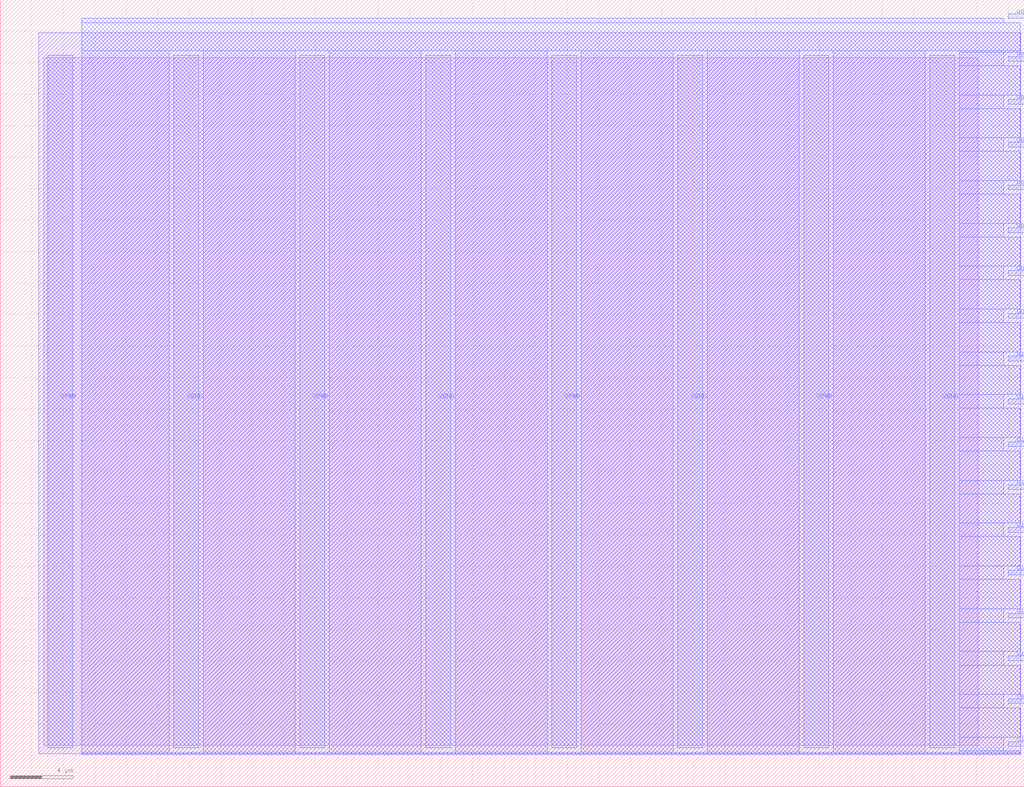
<source format=lef>
VERSION 5.7 ;
  NOWIREEXTENSIONATPIN ON ;
  DIVIDERCHAR "/" ;
  BUSBITCHARS "[]" ;
MACRO tt_um_micro2
  CLASS BLOCK ;
  FOREIGN tt_um_micro2 ;
  ORIGIN 0.000 0.000 ;
  SIZE 65.000 BY 50.000 ;
  PIN VGND
    DIRECTION INOUT ;
    USE GROUND ;
    PORT
      LAYER met2 ;
        RECT 11.000 2.480 12.600 46.480 ;
    END
    PORT
      LAYER met2 ;
        RECT 27.000 2.480 28.600 46.480 ;
    END
    PORT
      LAYER met2 ;
        RECT 43.000 2.480 44.600 46.480 ;
    END
    PORT
      LAYER met2 ;
        RECT 59.000 2.480 60.600 46.480 ;
    END
  END VGND
  PIN VPWR
    DIRECTION INOUT ;
    USE POWER ;
    PORT
      LAYER met2 ;
        RECT 3.000 2.480 4.600 46.480 ;
    END
    PORT
      LAYER met2 ;
        RECT 19.000 2.480 20.600 46.480 ;
    END
    PORT
      LAYER met2 ;
        RECT 35.000 2.480 36.600 46.480 ;
    END
    PORT
      LAYER met2 ;
        RECT 51.000 2.480 52.600 46.480 ;
    END
  END VPWR
  PIN clk
    DIRECTION INPUT ;
    USE SIGNAL ;
    ANTENNAGATEAREA 0.852000 ;
    PORT
      LAYER met2 ;
        RECT 64.000 2.570 65.000 2.870 ;
    END
  END clk
  PIN rst_n
    DIRECTION INPUT ;
    USE SIGNAL ;
    ANTENNAGATEAREA 0.196500 ;
    PORT
      LAYER met2 ;
        RECT 64.000 5.290 65.000 5.590 ;
    END
  END rst_n
  PIN ui_in[0]
    DIRECTION INPUT ;
    USE SIGNAL ;
    ANTENNAGATEAREA 0.213000 ;
    PORT
      LAYER met2 ;
        RECT 64.000 8.010 65.000 8.310 ;
    END
  END ui_in[0]
  PIN ui_in[1]
    DIRECTION INPUT ;
    USE SIGNAL ;
    ANTENNAGATEAREA 0.196500 ;
    PORT
      LAYER met2 ;
        RECT 64.000 10.730 65.000 11.030 ;
    END
  END ui_in[1]
  PIN ui_in[2]
    DIRECTION INPUT ;
    USE SIGNAL ;
    ANTENNAGATEAREA 0.196500 ;
    PORT
      LAYER met2 ;
        RECT 64.000 13.450 65.000 13.750 ;
    END
  END ui_in[2]
  PIN ui_in[3]
    DIRECTION INPUT ;
    USE SIGNAL ;
    ANTENNAGATEAREA 0.196500 ;
    PORT
      LAYER met2 ;
        RECT 64.000 16.170 65.000 16.470 ;
    END
  END ui_in[3]
  PIN ui_in[4]
    DIRECTION INPUT ;
    USE SIGNAL ;
    PORT
      LAYER met2 ;
        RECT 64.000 18.890 65.000 19.190 ;
    END
  END ui_in[4]
  PIN ui_in[5]
    DIRECTION INPUT ;
    USE SIGNAL ;
    PORT
      LAYER met2 ;
        RECT 64.000 21.610 65.000 21.910 ;
    END
  END ui_in[5]
  PIN ui_in[6]
    DIRECTION INPUT ;
    USE SIGNAL ;
    PORT
      LAYER met2 ;
        RECT 64.000 24.330 65.000 24.630 ;
    END
  END ui_in[6]
  PIN ui_in[7]
    DIRECTION INPUT ;
    USE SIGNAL ;
    PORT
      LAYER met2 ;
        RECT 64.000 27.050 65.000 27.350 ;
    END
  END ui_in[7]
  PIN uo_out[0]
    DIRECTION OUTPUT ;
    USE SIGNAL ;
    ANTENNADIFFAREA 0.924000 ;
    PORT
      LAYER met2 ;
        RECT 64.000 29.770 65.000 30.070 ;
    END
  END uo_out[0]
  PIN uo_out[1]
    DIRECTION OUTPUT ;
    USE SIGNAL ;
    ANTENNADIFFAREA 0.643500 ;
    PORT
      LAYER met2 ;
        RECT 64.000 32.490 65.000 32.790 ;
    END
  END uo_out[1]
  PIN uo_out[2]
    DIRECTION OUTPUT ;
    USE SIGNAL ;
    ANTENNADIFFAREA 0.924000 ;
    PORT
      LAYER met2 ;
        RECT 64.000 35.210 65.000 35.510 ;
    END
  END uo_out[2]
  PIN uo_out[3]
    DIRECTION OUTPUT ;
    USE SIGNAL ;
    ANTENNADIFFAREA 0.445500 ;
    PORT
      LAYER met2 ;
        RECT 64.000 37.930 65.000 38.230 ;
    END
  END uo_out[3]
  PIN uo_out[4]
    DIRECTION OUTPUT ;
    USE SIGNAL ;
    ANTENNADIFFAREA 0.643500 ;
    PORT
      LAYER met2 ;
        RECT 64.000 40.650 65.000 40.950 ;
    END
  END uo_out[4]
  PIN uo_out[5]
    DIRECTION OUTPUT ;
    USE SIGNAL ;
    ANTENNADIFFAREA 0.643500 ;
    PORT
      LAYER met2 ;
        RECT 64.000 43.370 65.000 43.670 ;
    END
  END uo_out[5]
  PIN uo_out[6]
    DIRECTION OUTPUT ;
    USE SIGNAL ;
    ANTENNADIFFAREA 0.643500 ;
    PORT
      LAYER met2 ;
        RECT 64.000 46.090 65.000 46.390 ;
    END
  END uo_out[6]
  PIN uo_out[7]
    DIRECTION OUTPUT ;
    USE SIGNAL ;
    ANTENNADIFFAREA 0.795200 ;
    PORT
      LAYER met2 ;
        RECT 64.000 48.810 65.000 49.110 ;
    END
  END uo_out[7]
  OBS
      LAYER li1 ;
        RECT 2.760 2.635 62.100 46.325 ;
      LAYER met1 ;
        RECT 2.460 2.080 64.790 47.900 ;
      LAYER met2 ;
        RECT 5.160 48.530 63.720 48.810 ;
        RECT 5.160 46.760 64.760 48.530 ;
        RECT 5.160 2.200 10.720 46.760 ;
        RECT 12.880 2.200 18.720 46.760 ;
        RECT 20.880 2.200 26.720 46.760 ;
        RECT 28.880 2.200 34.720 46.760 ;
        RECT 36.880 2.200 42.720 46.760 ;
        RECT 44.880 2.200 50.720 46.760 ;
        RECT 52.880 2.200 58.720 46.760 ;
        RECT 60.880 46.670 64.760 46.760 ;
        RECT 60.880 45.810 63.720 46.670 ;
        RECT 60.880 43.950 64.760 45.810 ;
        RECT 60.880 43.090 63.720 43.950 ;
        RECT 60.880 41.230 64.760 43.090 ;
        RECT 60.880 40.370 63.720 41.230 ;
        RECT 60.880 38.510 64.760 40.370 ;
        RECT 60.880 37.650 63.720 38.510 ;
        RECT 60.880 35.790 64.760 37.650 ;
        RECT 60.880 34.930 63.720 35.790 ;
        RECT 60.880 33.070 64.760 34.930 ;
        RECT 60.880 32.210 63.720 33.070 ;
        RECT 60.880 30.350 64.760 32.210 ;
        RECT 60.880 29.490 63.720 30.350 ;
        RECT 60.880 27.630 64.760 29.490 ;
        RECT 60.880 26.770 63.720 27.630 ;
        RECT 60.880 24.910 64.760 26.770 ;
        RECT 60.880 24.050 63.720 24.910 ;
        RECT 60.880 22.190 64.760 24.050 ;
        RECT 60.880 21.330 63.720 22.190 ;
        RECT 60.880 19.470 64.760 21.330 ;
        RECT 60.880 18.610 63.720 19.470 ;
        RECT 60.880 16.750 64.760 18.610 ;
        RECT 60.880 15.890 63.720 16.750 ;
        RECT 60.880 14.030 64.760 15.890 ;
        RECT 60.880 13.170 63.720 14.030 ;
        RECT 60.880 11.310 64.760 13.170 ;
        RECT 60.880 10.450 63.720 11.310 ;
        RECT 60.880 8.590 64.760 10.450 ;
        RECT 60.880 7.730 63.720 8.590 ;
        RECT 60.880 5.870 64.760 7.730 ;
        RECT 60.880 5.010 63.720 5.870 ;
        RECT 60.880 3.150 64.760 5.010 ;
        RECT 60.880 2.290 63.720 3.150 ;
        RECT 60.880 2.200 64.760 2.290 ;
        RECT 5.160 2.050 64.760 2.200 ;
  END
END tt_um_micro2
END LIBRARY


</source>
